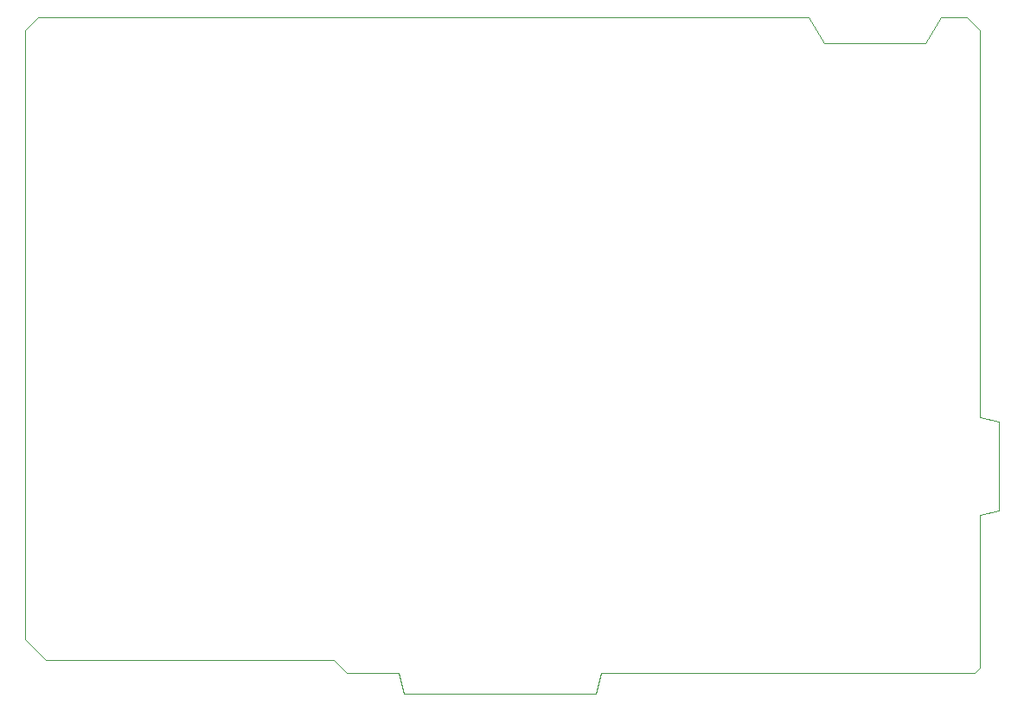
<source format=gbr>
%TF.GenerationSoftware,KiCad,Pcbnew,7.0.10*%
%TF.CreationDate,2024-02-26T12:00:29-08:00*%
%TF.ProjectId,vgaterm-bottom,76676174-6572-46d2-9d62-6f74746f6d2e,rev?*%
%TF.SameCoordinates,Original*%
%TF.FileFunction,Profile,NP*%
%FSLAX46Y46*%
G04 Gerber Fmt 4.6, Leading zero omitted, Abs format (unit mm)*
G04 Created by KiCad (PCBNEW 7.0.10) date 2024-02-26 12:00:29*
%MOMM*%
%LPD*%
G01*
G04 APERTURE LIST*
%TA.AperFunction,Profile*%
%ADD10C,0.100000*%
%TD*%
G04 APERTURE END LIST*
D10*
X81280000Y-138430000D02*
X81280000Y-78740000D01*
X174244000Y-141732000D02*
X174752000Y-141224000D01*
X174752000Y-78740000D02*
X173482000Y-77470000D01*
X174752000Y-126238000D02*
X174752000Y-141224000D01*
X81280000Y-78740000D02*
X82550000Y-77470000D01*
X174752000Y-116713000D02*
X176657000Y-117094000D01*
X137160000Y-143764000D02*
X118364000Y-143764000D01*
X137668000Y-141732000D02*
X174244000Y-141732000D01*
X118364000Y-143764000D02*
X117856000Y-141732000D01*
X176657000Y-117094000D02*
X176657000Y-125857000D01*
X81280000Y-138430000D02*
X83312000Y-140462000D01*
X174752000Y-116713000D02*
X174752000Y-78740000D01*
X174752000Y-126238000D02*
X176657000Y-125857000D01*
X111506000Y-140462000D02*
X83312000Y-140462000D01*
X169418000Y-80010000D02*
X170942000Y-77470000D01*
X157988000Y-77470000D02*
X82550000Y-77470000D01*
X117856000Y-141732000D02*
X112776000Y-141732000D01*
X159512000Y-80010000D02*
X157988000Y-77470000D01*
X173482000Y-77470000D02*
X170942000Y-77470000D01*
X137668000Y-141732000D02*
X137160000Y-143764000D01*
X159512000Y-80010000D02*
X169418000Y-80010000D01*
X112776000Y-141732000D02*
X111506000Y-140462000D01*
M02*

</source>
